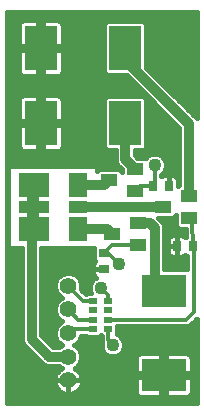
<source format=gtl>
G75*
G70*
%OFA0B0*%
%FSLAX24Y24*%
%IPPOS*%
%LPD*%
%AMOC8*
5,1,8,0,0,1.08239X$1,22.5*
%
%ADD10C,0.0555*%
%ADD11R,0.0630X0.0390*%
%ADD12R,0.0630X0.0830*%
%ADD13R,0.1020X0.0830*%
%ADD14R,0.1020X0.0390*%
%ADD15R,0.1100X0.1500*%
%ADD16R,0.1500X0.1100*%
%ADD17R,0.0551X0.0394*%
%ADD18R,0.0256X0.0197*%
%ADD19R,0.0276X0.0354*%
%ADD20R,0.0354X0.0276*%
%ADD21C,0.0320*%
%ADD22C,0.0160*%
%ADD23C,0.0436*%
%ADD24C,0.0120*%
D10*
X002389Y001105D03*
X002389Y001893D03*
X002389Y002680D03*
X002389Y003467D03*
X002389Y004255D03*
D11*
X002705Y006880D03*
D12*
X002705Y007610D03*
X002705Y006150D03*
D13*
X001250Y006150D03*
X001250Y007610D03*
D14*
X001250Y006880D03*
D15*
X001480Y009680D03*
X001480Y012180D03*
X004290Y012180D03*
X004290Y009680D03*
D16*
X005580Y004090D03*
X005580Y001280D03*
D17*
X004713Y005606D03*
X004713Y006354D03*
X004613Y007406D03*
X004613Y008154D03*
X003747Y007780D03*
X003847Y005980D03*
X005547Y006880D03*
X006413Y006506D03*
X006413Y007254D03*
D18*
X003726Y003752D03*
X003726Y003437D03*
X003726Y003123D03*
X003726Y002808D03*
X003234Y002808D03*
X003234Y003123D03*
X003234Y003437D03*
X003234Y003752D03*
D19*
X005224Y007580D03*
X005736Y007580D03*
X006024Y005580D03*
X006536Y005580D03*
D20*
X003580Y005336D03*
X003580Y004824D03*
D21*
X003847Y005980D02*
X003677Y006150D01*
X002705Y006150D01*
X002705Y006880D02*
X005547Y006880D01*
X005106Y006354D02*
X005280Y006180D01*
X005280Y004190D01*
X005580Y004090D01*
X005106Y006354D02*
X004713Y006354D01*
X003577Y007610D02*
X003747Y007780D01*
X003577Y007610D02*
X002705Y007610D01*
X001250Y007610D02*
X001180Y007540D01*
X001180Y007380D01*
X001250Y007310D01*
X001250Y006880D01*
X001250Y006150D01*
X001180Y007380D02*
X001180Y002480D01*
X001767Y001893D01*
X002389Y001893D01*
X004613Y008154D02*
X004290Y008477D01*
X004290Y009680D01*
X004280Y011780D02*
X004280Y012180D01*
X004290Y012180D01*
X004280Y011780D02*
X006413Y009647D01*
X006413Y007254D01*
D22*
X000360Y013396D02*
X000360Y000360D01*
X006670Y000360D01*
X006670Y003159D01*
X006414Y002903D01*
X004014Y002903D01*
X004014Y002643D01*
X004008Y002636D01*
X004094Y002601D01*
X004201Y002494D01*
X004258Y002355D01*
X004258Y002205D01*
X004201Y002066D01*
X004094Y001959D01*
X003955Y001902D01*
X003805Y001902D01*
X003666Y001959D01*
X003559Y002066D01*
X003502Y002205D01*
X003502Y002355D01*
X003506Y002365D01*
X003506Y002575D01*
X003480Y002601D01*
X003428Y002549D01*
X003040Y002549D01*
X003001Y002588D01*
X002824Y002588D01*
X002760Y002432D01*
X002636Y002309D01*
X002581Y002286D01*
X002636Y002263D01*
X002760Y002140D01*
X002826Y001980D01*
X002826Y001806D01*
X002760Y001645D01*
X002636Y001522D01*
X002605Y001509D01*
X002628Y001496D01*
X002687Y001454D01*
X002738Y001403D01*
X002780Y001345D01*
X002813Y001281D01*
X002835Y001212D01*
X002846Y001141D01*
X002846Y001105D01*
X002389Y001105D01*
X002389Y001105D01*
X002389Y000648D01*
X002425Y000648D01*
X002496Y000659D01*
X002564Y000681D01*
X002628Y000714D01*
X002687Y000756D01*
X002738Y000807D01*
X002780Y000865D01*
X002813Y000930D01*
X002835Y000998D01*
X002846Y001069D01*
X002846Y001105D01*
X002389Y001105D01*
X002389Y001105D01*
X002389Y000648D01*
X002353Y000648D01*
X002282Y000659D01*
X002213Y000681D01*
X002149Y000714D01*
X002091Y000756D01*
X002040Y000807D01*
X001997Y000865D01*
X001965Y000930D01*
X001942Y000998D01*
X001931Y001069D01*
X001931Y001105D01*
X002389Y001105D01*
X002389Y001105D01*
X001931Y001105D01*
X001931Y001141D01*
X001942Y001212D01*
X001965Y001281D01*
X001997Y001345D01*
X002040Y001403D01*
X002091Y001454D01*
X002149Y001496D01*
X002173Y001509D01*
X002141Y001522D01*
X002090Y001573D01*
X001704Y001573D01*
X001586Y001621D01*
X000999Y002209D01*
X000999Y002209D01*
X000909Y002299D01*
X000860Y002416D01*
X000860Y005500D01*
X000447Y005500D01*
X000400Y005547D01*
X000400Y008213D01*
X000360Y008213D01*
X000400Y008213D02*
X000447Y008260D01*
X003313Y008260D01*
X003360Y008213D01*
X004102Y008213D01*
X004089Y008137D02*
X003405Y008137D01*
X003360Y008092D01*
X003360Y008213D01*
X003674Y008770D02*
X003970Y008770D01*
X003970Y008413D01*
X004019Y008296D01*
X004177Y008137D01*
X004177Y008048D01*
X004089Y008137D01*
X004171Y008055D02*
X004177Y008055D01*
X003987Y008372D02*
X000360Y008372D01*
X000360Y008530D02*
X003970Y008530D01*
X003970Y008689D02*
X000360Y008689D01*
X000360Y008847D02*
X000770Y008847D01*
X000762Y008861D02*
X000786Y008819D01*
X000819Y008786D01*
X000861Y008762D01*
X000906Y008750D01*
X001400Y008750D01*
X001400Y009600D01*
X001560Y009600D01*
X001560Y009760D01*
X002210Y009760D01*
X002210Y010454D01*
X002198Y010499D01*
X002174Y010541D01*
X002141Y010574D01*
X002099Y010598D01*
X002054Y010610D01*
X001560Y010610D01*
X001560Y009760D01*
X001400Y009760D01*
X001400Y010610D01*
X000906Y010610D01*
X000861Y010598D01*
X000819Y010574D01*
X000786Y010541D01*
X000762Y010499D01*
X000750Y010454D01*
X000750Y009760D01*
X001400Y009760D01*
X001400Y009600D01*
X000750Y009600D01*
X000750Y008906D01*
X000762Y008861D01*
X000750Y009006D02*
X000360Y009006D01*
X000360Y009164D02*
X000750Y009164D01*
X000750Y009323D02*
X000360Y009323D01*
X000360Y009481D02*
X000750Y009481D01*
X000750Y009798D02*
X000360Y009798D01*
X000360Y009640D02*
X001400Y009640D01*
X001400Y009798D02*
X001560Y009798D01*
X001560Y009640D02*
X003580Y009640D01*
X003580Y009798D02*
X002210Y009798D01*
X002210Y009957D02*
X003580Y009957D01*
X003580Y010115D02*
X002210Y010115D01*
X002210Y010274D02*
X003580Y010274D01*
X003580Y010432D02*
X002210Y010432D01*
X002112Y010591D02*
X005017Y010591D01*
X005000Y010496D02*
X004906Y010590D01*
X003674Y010590D01*
X003580Y010496D01*
X003580Y008864D01*
X003674Y008770D01*
X003597Y008847D02*
X002190Y008847D01*
X002198Y008861D02*
X002210Y008906D01*
X002210Y009600D01*
X001560Y009600D01*
X001560Y008750D01*
X002054Y008750D01*
X002099Y008762D01*
X002141Y008786D01*
X002174Y008819D01*
X002198Y008861D01*
X002210Y009006D02*
X003580Y009006D01*
X003580Y009164D02*
X002210Y009164D01*
X002210Y009323D02*
X003580Y009323D01*
X003580Y009481D02*
X002210Y009481D01*
X001560Y009481D02*
X001400Y009481D01*
X001400Y009323D02*
X001560Y009323D01*
X001560Y009164D02*
X001400Y009164D01*
X001400Y009006D02*
X001560Y009006D01*
X001560Y008847D02*
X001400Y008847D01*
X001400Y009957D02*
X001560Y009957D01*
X001560Y010115D02*
X001400Y010115D01*
X001400Y010274D02*
X001560Y010274D01*
X001560Y010432D02*
X001400Y010432D01*
X001400Y010591D02*
X001560Y010591D01*
X001560Y011250D02*
X002054Y011250D01*
X002099Y011262D01*
X002141Y011286D01*
X002174Y011319D01*
X002198Y011361D01*
X002210Y011406D01*
X002210Y012100D01*
X001560Y012100D01*
X001560Y012260D01*
X002210Y012260D01*
X002210Y012954D01*
X002198Y012999D01*
X002174Y013041D01*
X002141Y013074D01*
X002099Y013098D01*
X002054Y013110D01*
X001560Y013110D01*
X001560Y012260D01*
X001400Y012260D01*
X001400Y013110D01*
X000906Y013110D01*
X000861Y013098D01*
X000819Y013074D01*
X000786Y013041D01*
X000762Y012999D01*
X000750Y012954D01*
X000750Y012260D01*
X001400Y012260D01*
X001400Y012100D01*
X001560Y012100D01*
X001560Y011250D01*
X001560Y011383D02*
X001400Y011383D01*
X001400Y011250D02*
X001400Y012100D01*
X000750Y012100D01*
X000750Y011406D01*
X000762Y011361D01*
X000786Y011319D01*
X000819Y011286D01*
X000861Y011262D01*
X000906Y011250D01*
X001400Y011250D01*
X001400Y011542D02*
X001560Y011542D01*
X001560Y011700D02*
X001400Y011700D01*
X001400Y011859D02*
X001560Y011859D01*
X001560Y012017D02*
X001400Y012017D01*
X001400Y012176D02*
X000360Y012176D01*
X000360Y012334D02*
X000750Y012334D01*
X000750Y012493D02*
X000360Y012493D01*
X000360Y012651D02*
X000750Y012651D01*
X000750Y012810D02*
X000360Y012810D01*
X000360Y012968D02*
X000754Y012968D01*
X000360Y013127D02*
X006670Y013127D01*
X006670Y013285D02*
X000360Y013285D01*
X000360Y013396D02*
X006670Y013396D01*
X006670Y009842D01*
X005000Y011513D01*
X005000Y012996D01*
X004906Y013090D01*
X003674Y013090D01*
X003580Y012996D01*
X003580Y011364D01*
X003674Y011270D01*
X004337Y011270D01*
X006093Y009514D01*
X006093Y007611D01*
X006071Y007611D01*
X006054Y007593D01*
X006054Y007781D01*
X006041Y007827D01*
X006018Y007868D01*
X005984Y007901D01*
X005943Y007925D01*
X005897Y007937D01*
X005736Y007937D01*
X005736Y007580D01*
X005736Y007580D01*
X005736Y007937D01*
X005574Y007937D01*
X005529Y007925D01*
X005500Y007908D01*
X005500Y007965D01*
X005601Y008066D01*
X005658Y008205D01*
X005658Y008355D01*
X005601Y008494D01*
X005494Y008601D01*
X005355Y008658D01*
X005205Y008658D01*
X005066Y008601D01*
X004966Y008500D01*
X004955Y008511D01*
X004709Y008511D01*
X004610Y008610D01*
X004610Y008770D01*
X004906Y008770D01*
X005000Y008864D01*
X005000Y010496D01*
X005000Y010432D02*
X005175Y010432D01*
X005334Y010274D02*
X005000Y010274D01*
X005000Y010115D02*
X005492Y010115D01*
X005651Y009957D02*
X005000Y009957D01*
X005000Y009798D02*
X005809Y009798D01*
X005968Y009640D02*
X005000Y009640D01*
X005000Y009481D02*
X006093Y009481D01*
X006093Y009323D02*
X005000Y009323D01*
X005000Y009164D02*
X006093Y009164D01*
X006093Y009006D02*
X005000Y009006D01*
X004983Y008847D02*
X006093Y008847D01*
X006093Y008689D02*
X004610Y008689D01*
X004690Y008530D02*
X004995Y008530D01*
X005565Y008530D02*
X006093Y008530D01*
X006093Y008372D02*
X005651Y008372D01*
X005658Y008213D02*
X006093Y008213D01*
X006093Y008055D02*
X005589Y008055D01*
X005736Y007896D02*
X005736Y007896D01*
X005736Y007738D02*
X005736Y007738D01*
X005989Y007896D02*
X006093Y007896D01*
X006093Y007738D02*
X006054Y007738D01*
X005977Y006612D02*
X005977Y006243D01*
X006071Y006149D01*
X006308Y006149D01*
X006311Y005897D01*
X006294Y005879D01*
X006272Y005901D01*
X006231Y005925D01*
X006186Y005937D01*
X006024Y005937D01*
X005863Y005937D01*
X005817Y005925D01*
X005776Y005901D01*
X005742Y005868D01*
X005719Y005827D01*
X005706Y005781D01*
X005706Y005580D01*
X005706Y005379D01*
X005719Y005333D01*
X005742Y005292D01*
X005776Y005259D01*
X005817Y005235D01*
X005863Y005223D01*
X006024Y005223D01*
X006024Y005580D01*
X005706Y005580D01*
X006024Y005580D01*
X006024Y005580D01*
X006024Y005580D01*
X006024Y005937D01*
X006024Y005580D01*
X006024Y005580D01*
X006024Y005223D01*
X006186Y005223D01*
X006231Y005235D01*
X006272Y005259D01*
X006294Y005281D01*
X006332Y005243D01*
X006360Y005243D01*
X006360Y004800D01*
X005600Y004800D01*
X005600Y006244D01*
X005551Y006361D01*
X005461Y006451D01*
X005389Y006523D01*
X005889Y006523D01*
X005977Y006612D01*
X005977Y006470D02*
X005443Y006470D01*
X005572Y006311D02*
X005977Y006311D01*
X006068Y006153D02*
X005600Y006153D01*
X005600Y005994D02*
X006310Y005994D01*
X006024Y005836D02*
X006024Y005836D01*
X006024Y005677D02*
X006024Y005677D01*
X006024Y005519D02*
X006024Y005519D01*
X006024Y005360D02*
X006024Y005360D01*
X005711Y005360D02*
X005600Y005360D01*
X005600Y005202D02*
X006360Y005202D01*
X006360Y005043D02*
X005600Y005043D01*
X005600Y004885D02*
X006360Y004885D01*
X005706Y005519D02*
X005600Y005519D01*
X005600Y005677D02*
X005706Y005677D01*
X005724Y005836D02*
X005600Y005836D01*
X006652Y003141D02*
X006670Y003141D01*
X006670Y002983D02*
X006494Y002983D01*
X006670Y002824D02*
X004014Y002824D01*
X004014Y002666D02*
X006670Y002666D01*
X006670Y002507D02*
X004188Y002507D01*
X004258Y002349D02*
X006670Y002349D01*
X006670Y002190D02*
X004252Y002190D01*
X004166Y002032D02*
X006670Y002032D01*
X006670Y001873D02*
X006505Y001873D01*
X006510Y001854D02*
X006498Y001899D01*
X006474Y001941D01*
X006441Y001974D01*
X006399Y001998D01*
X006354Y002010D01*
X005660Y002010D01*
X005660Y001360D01*
X005500Y001360D01*
X005500Y002010D01*
X004806Y002010D01*
X004761Y001998D01*
X004719Y001974D01*
X004686Y001941D01*
X004662Y001899D01*
X004650Y001854D01*
X004650Y001360D01*
X005500Y001360D01*
X005500Y001200D01*
X005660Y001200D01*
X005660Y001360D01*
X006510Y001360D01*
X006510Y001854D01*
X006510Y001715D02*
X006670Y001715D01*
X006670Y001556D02*
X006510Y001556D01*
X006510Y001398D02*
X006670Y001398D01*
X006670Y001239D02*
X005660Y001239D01*
X005660Y001200D02*
X006510Y001200D01*
X006510Y000706D01*
X006498Y000661D01*
X006474Y000619D01*
X006441Y000586D01*
X006399Y000562D01*
X006354Y000550D01*
X005660Y000550D01*
X005660Y001200D01*
X005660Y001081D02*
X005500Y001081D01*
X005500Y001200D02*
X005500Y000550D01*
X004806Y000550D01*
X004761Y000562D01*
X004719Y000586D01*
X004686Y000619D01*
X004662Y000661D01*
X004650Y000706D01*
X004650Y001200D01*
X005500Y001200D01*
X005500Y001239D02*
X002826Y001239D01*
X002742Y001398D02*
X004650Y001398D01*
X004650Y001556D02*
X002671Y001556D01*
X002788Y001715D02*
X004650Y001715D01*
X004655Y001873D02*
X002826Y001873D01*
X002805Y002032D02*
X003594Y002032D01*
X003508Y002190D02*
X002710Y002190D01*
X002676Y002349D02*
X003502Y002349D01*
X003506Y002507D02*
X002791Y002507D01*
X002196Y002286D02*
X002141Y002263D01*
X002090Y002213D01*
X001900Y002213D01*
X001500Y002613D01*
X001500Y005500D01*
X003243Y005500D01*
X003243Y005132D01*
X003281Y005094D01*
X003259Y005072D01*
X003235Y005031D01*
X003223Y004986D01*
X003223Y004824D01*
X003223Y004663D01*
X003235Y004617D01*
X003259Y004576D01*
X003292Y004542D01*
X003323Y004524D01*
X003266Y004501D01*
X003159Y004394D01*
X003102Y004255D01*
X003102Y004105D01*
X003141Y004011D01*
X003040Y004011D01*
X003001Y003972D01*
X002982Y003972D01*
X002815Y004140D01*
X002826Y004168D01*
X002826Y004342D01*
X002760Y004503D01*
X002636Y004626D01*
X002476Y004692D01*
X002302Y004692D01*
X002141Y004626D01*
X002018Y004503D01*
X001951Y004342D01*
X001951Y004168D01*
X002018Y004007D01*
X002141Y003884D01*
X002196Y003861D01*
X002141Y003838D01*
X002018Y003715D01*
X001951Y003554D01*
X001951Y003380D01*
X002018Y003220D01*
X002141Y003097D01*
X002196Y003074D01*
X002141Y003051D01*
X002018Y002928D01*
X001951Y002767D01*
X001951Y002593D01*
X002018Y002432D01*
X002141Y002309D01*
X002196Y002286D01*
X002101Y002349D02*
X001764Y002349D01*
X001606Y002507D02*
X001987Y002507D01*
X001951Y002666D02*
X001500Y002666D01*
X001500Y002824D02*
X001975Y002824D01*
X002072Y002983D02*
X001500Y002983D01*
X001500Y003141D02*
X002096Y003141D01*
X001985Y003300D02*
X001500Y003300D01*
X001500Y003458D02*
X001951Y003458D01*
X001977Y003617D02*
X001500Y003617D01*
X001500Y003775D02*
X002078Y003775D01*
X002091Y003934D02*
X001500Y003934D01*
X001500Y004092D02*
X001983Y004092D01*
X001951Y004251D02*
X001500Y004251D01*
X001500Y004409D02*
X001979Y004409D01*
X002083Y004568D02*
X001500Y004568D01*
X001500Y004726D02*
X003223Y004726D01*
X003223Y004824D02*
X003580Y004824D01*
X003580Y004824D01*
X003223Y004824D01*
X003223Y004885D02*
X001500Y004885D01*
X001500Y005043D02*
X003242Y005043D01*
X003243Y005202D02*
X001500Y005202D01*
X001500Y005360D02*
X003243Y005360D01*
X003267Y004568D02*
X002695Y004568D01*
X002798Y004409D02*
X003174Y004409D01*
X003102Y004251D02*
X002826Y004251D01*
X002863Y004092D02*
X003107Y004092D01*
X002107Y001556D02*
X000360Y001556D01*
X000360Y001398D02*
X002036Y001398D01*
X001951Y001239D02*
X000360Y001239D01*
X000360Y001081D02*
X001931Y001081D01*
X001969Y000922D02*
X000360Y000922D01*
X000360Y000764D02*
X002083Y000764D01*
X002389Y000764D02*
X002389Y000764D01*
X002389Y000922D02*
X002389Y000922D01*
X002389Y001081D02*
X002389Y001081D01*
X002694Y000764D02*
X004650Y000764D01*
X004650Y000922D02*
X002809Y000922D01*
X002846Y001081D02*
X004650Y001081D01*
X004700Y000605D02*
X000360Y000605D01*
X000360Y000447D02*
X006670Y000447D01*
X006670Y000605D02*
X006460Y000605D01*
X006510Y000764D02*
X006670Y000764D01*
X006670Y000922D02*
X006510Y000922D01*
X006510Y001081D02*
X006670Y001081D01*
X005660Y000922D02*
X005500Y000922D01*
X005500Y000764D02*
X005660Y000764D01*
X005660Y000605D02*
X005500Y000605D01*
X005500Y001398D02*
X005660Y001398D01*
X005660Y001556D02*
X005500Y001556D01*
X005500Y001715D02*
X005660Y001715D01*
X005660Y001873D02*
X005500Y001873D01*
X001493Y001715D02*
X000360Y001715D01*
X000360Y001873D02*
X001334Y001873D01*
X001176Y002032D02*
X000360Y002032D01*
X000360Y002190D02*
X001017Y002190D01*
X000888Y002349D02*
X000360Y002349D01*
X000360Y002507D02*
X000860Y002507D01*
X000860Y002666D02*
X000360Y002666D01*
X000360Y002824D02*
X000860Y002824D01*
X000860Y002983D02*
X000360Y002983D01*
X000360Y003141D02*
X000860Y003141D01*
X000860Y003300D02*
X000360Y003300D01*
X000360Y003458D02*
X000860Y003458D01*
X000860Y003617D02*
X000360Y003617D01*
X000360Y003775D02*
X000860Y003775D01*
X000860Y003934D02*
X000360Y003934D01*
X000360Y004092D02*
X000860Y004092D01*
X000860Y004251D02*
X000360Y004251D01*
X000360Y004409D02*
X000860Y004409D01*
X000860Y004568D02*
X000360Y004568D01*
X000360Y004726D02*
X000860Y004726D01*
X000860Y004885D02*
X000360Y004885D01*
X000360Y005043D02*
X000860Y005043D01*
X000860Y005202D02*
X000360Y005202D01*
X000360Y005360D02*
X000860Y005360D01*
X000428Y005519D02*
X000360Y005519D01*
X000360Y005677D02*
X000400Y005677D01*
X000400Y005836D02*
X000360Y005836D01*
X000360Y005994D02*
X000400Y005994D01*
X000400Y006153D02*
X000360Y006153D01*
X000360Y006311D02*
X000400Y006311D01*
X000400Y006470D02*
X000360Y006470D01*
X000360Y006628D02*
X000400Y006628D01*
X000400Y006787D02*
X000360Y006787D01*
X000360Y006945D02*
X000400Y006945D01*
X000400Y007104D02*
X000360Y007104D01*
X000360Y007262D02*
X000400Y007262D01*
X000400Y007421D02*
X000360Y007421D01*
X000360Y007579D02*
X000400Y007579D01*
X000400Y007738D02*
X000360Y007738D01*
X000360Y007896D02*
X000400Y007896D01*
X000400Y008055D02*
X000360Y008055D01*
X000360Y009957D02*
X000750Y009957D01*
X000750Y010115D02*
X000360Y010115D01*
X000360Y010274D02*
X000750Y010274D01*
X000750Y010432D02*
X000360Y010432D01*
X000360Y010591D02*
X000848Y010591D01*
X000360Y010749D02*
X004858Y010749D01*
X004700Y010908D02*
X000360Y010908D01*
X000360Y011066D02*
X004541Y011066D01*
X004383Y011225D02*
X000360Y011225D01*
X000360Y011383D02*
X000756Y011383D01*
X000750Y011542D02*
X000360Y011542D01*
X000360Y011700D02*
X000750Y011700D01*
X000750Y011859D02*
X000360Y011859D01*
X000360Y012017D02*
X000750Y012017D01*
X001400Y012334D02*
X001560Y012334D01*
X001560Y012176D02*
X003580Y012176D01*
X003580Y012334D02*
X002210Y012334D01*
X002210Y012493D02*
X003580Y012493D01*
X003580Y012651D02*
X002210Y012651D01*
X002210Y012810D02*
X003580Y012810D01*
X003580Y012968D02*
X002206Y012968D01*
X002210Y012017D02*
X003580Y012017D01*
X003580Y011859D02*
X002210Y011859D01*
X002210Y011700D02*
X003580Y011700D01*
X003580Y011542D02*
X002210Y011542D01*
X002204Y011383D02*
X003580Y011383D01*
X005000Y011542D02*
X006670Y011542D01*
X006670Y011383D02*
X005130Y011383D01*
X005288Y011225D02*
X006670Y011225D01*
X006670Y011066D02*
X005447Y011066D01*
X005605Y010908D02*
X006670Y010908D01*
X006670Y010749D02*
X005764Y010749D01*
X005922Y010591D02*
X006670Y010591D01*
X006670Y010432D02*
X006081Y010432D01*
X006239Y010274D02*
X006670Y010274D01*
X006670Y010115D02*
X006398Y010115D01*
X006556Y009957D02*
X006670Y009957D01*
X006670Y011700D02*
X005000Y011700D01*
X005000Y011859D02*
X006670Y011859D01*
X006670Y012017D02*
X005000Y012017D01*
X005000Y012176D02*
X006670Y012176D01*
X006670Y012334D02*
X005000Y012334D01*
X005000Y012493D02*
X006670Y012493D01*
X006670Y012651D02*
X005000Y012651D01*
X005000Y012810D02*
X006670Y012810D01*
X006670Y012968D02*
X005000Y012968D01*
X001560Y012968D02*
X001400Y012968D01*
X001400Y012810D02*
X001560Y012810D01*
X001560Y012651D02*
X001400Y012651D01*
X001400Y012493D02*
X001560Y012493D01*
D23*
X005280Y008280D03*
X005780Y006180D03*
X004080Y004980D03*
X003480Y004180D03*
X002480Y005280D03*
X003880Y002280D03*
D24*
X003726Y002434D01*
X003726Y002808D01*
X003726Y003123D02*
X006323Y003123D01*
X006580Y003380D01*
X006580Y005536D01*
X006536Y005580D01*
X006524Y006395D01*
X006413Y006506D01*
X005280Y007636D02*
X005280Y008280D01*
X005280Y007636D02*
X005224Y007580D01*
X004787Y007580D01*
X004613Y007406D01*
X004713Y005606D02*
X003850Y005606D01*
X003580Y005336D01*
X003724Y005336D01*
X004080Y004980D01*
X003480Y004180D02*
X003726Y003934D01*
X003726Y003752D01*
X003234Y003752D02*
X002891Y003752D01*
X002389Y004255D01*
X002389Y003467D02*
X002734Y003123D01*
X003234Y003123D01*
X003234Y002808D02*
X002516Y002808D01*
X002389Y002680D01*
M02*

</source>
